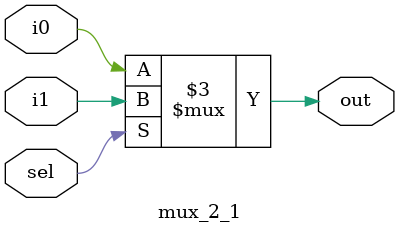
<source format=v>

module mux_2_1 (
input i0, i1,
input sel,
output reg out );
always @(i0 or i1) begin
if (sel) begin out = i1; end
else begin out = i0; end
end
endmodule
</source>
